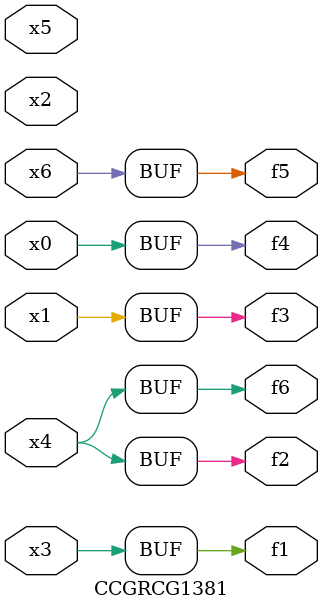
<source format=v>
module CCGRCG1381(
	input x0, x1, x2, x3, x4, x5, x6,
	output f1, f2, f3, f4, f5, f6
);
	assign f1 = x3;
	assign f2 = x4;
	assign f3 = x1;
	assign f4 = x0;
	assign f5 = x6;
	assign f6 = x4;
endmodule

</source>
